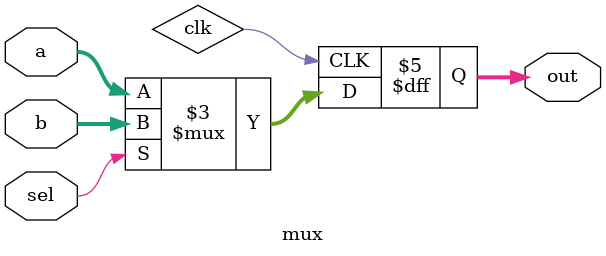
<source format=v>
module mux( 
input [4:0] a, b,
input sel,
output [4:0] out );
// When sel=0, assign a to out. 
// When sel=1, assign b to out. 
always @(posedge clk)
    if (sel) out <= b;
    else out <= a;
endmodule

</source>
